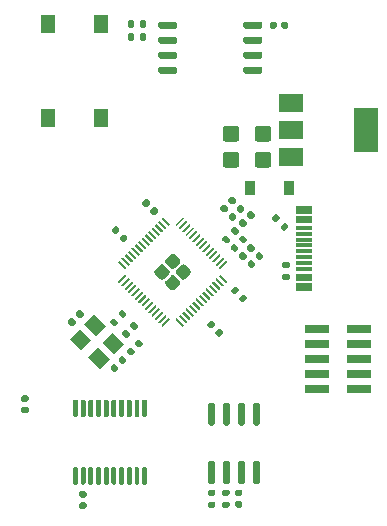
<source format=gtp>
G04 #@! TF.GenerationSoftware,KiCad,Pcbnew,(5.1.10)-1*
G04 #@! TF.CreationDate,2021-06-26T18:25:47-06:00*
G04 #@! TF.ProjectId,cable-link,6361626c-652d-46c6-996e-6b2e6b696361,rev?*
G04 #@! TF.SameCoordinates,Original*
G04 #@! TF.FileFunction,Paste,Top*
G04 #@! TF.FilePolarity,Positive*
%FSLAX46Y46*%
G04 Gerber Fmt 4.6, Leading zero omitted, Abs format (unit mm)*
G04 Created by KiCad (PCBNEW (5.1.10)-1) date 2021-06-26 18:25:47*
%MOMM*%
%LPD*%
G01*
G04 APERTURE LIST*
%ADD10R,2.050000X0.760000*%
%ADD11R,0.900000X1.200000*%
%ADD12R,1.450000X0.300000*%
%ADD13R,1.300000X1.550000*%
%ADD14R,2.000000X3.800000*%
%ADD15R,2.000000X1.500000*%
%ADD16C,0.100000*%
G04 APERTURE END LIST*
D10*
X45520000Y-45360000D03*
X49080000Y-45360000D03*
X45520000Y-46630000D03*
X49080000Y-46630000D03*
X45520000Y-47900000D03*
X49080000Y-47900000D03*
X45520000Y-49170000D03*
X49080000Y-49170000D03*
X45520000Y-50440000D03*
X49080000Y-50440000D03*
G36*
G01*
X42500000Y-19770000D02*
X42500000Y-19430000D01*
G75*
G02*
X42640000Y-19290000I140000J0D01*
G01*
X42920000Y-19290000D01*
G75*
G02*
X43060000Y-19430000I0J-140000D01*
G01*
X43060000Y-19770000D01*
G75*
G02*
X42920000Y-19910000I-140000J0D01*
G01*
X42640000Y-19910000D01*
G75*
G02*
X42500000Y-19770000I0J140000D01*
G01*
G37*
G36*
G01*
X41540000Y-19770000D02*
X41540000Y-19430000D01*
G75*
G02*
X41680000Y-19290000I140000J0D01*
G01*
X41960000Y-19290000D01*
G75*
G02*
X42100000Y-19430000I0J-140000D01*
G01*
X42100000Y-19770000D01*
G75*
G02*
X41960000Y-19910000I-140000J0D01*
G01*
X41680000Y-19910000D01*
G75*
G02*
X41540000Y-19770000I0J140000D01*
G01*
G37*
G36*
G01*
X24682807Y-45057609D02*
X24442391Y-44817193D01*
G75*
G02*
X24442391Y-44619203I98995J98995D01*
G01*
X24640381Y-44421213D01*
G75*
G02*
X24838371Y-44421213I98995J-98995D01*
G01*
X25078787Y-44661629D01*
G75*
G02*
X25078787Y-44859619I-98995J-98995D01*
G01*
X24880797Y-45057609D01*
G75*
G02*
X24682807Y-45057609I-98995J98995D01*
G01*
G37*
G36*
G01*
X25361629Y-44378787D02*
X25121213Y-44138371D01*
G75*
G02*
X25121213Y-43940381I98995J98995D01*
G01*
X25319203Y-43742391D01*
G75*
G02*
X25517193Y-43742391I98995J-98995D01*
G01*
X25757609Y-43982807D01*
G75*
G02*
X25757609Y-44180797I-98995J-98995D01*
G01*
X25559619Y-44378787D01*
G75*
G02*
X25361629Y-44378787I-98995J98995D01*
G01*
G37*
G36*
G01*
X29117193Y-47642391D02*
X29357609Y-47882807D01*
G75*
G02*
X29357609Y-48080797I-98995J-98995D01*
G01*
X29159619Y-48278787D01*
G75*
G02*
X28961629Y-48278787I-98995J98995D01*
G01*
X28721213Y-48038371D01*
G75*
G02*
X28721213Y-47840381I98995J98995D01*
G01*
X28919203Y-47642391D01*
G75*
G02*
X29117193Y-47642391I98995J-98995D01*
G01*
G37*
G36*
G01*
X28438371Y-48321213D02*
X28678787Y-48561629D01*
G75*
G02*
X28678787Y-48759619I-98995J-98995D01*
G01*
X28480797Y-48957609D01*
G75*
G02*
X28282807Y-48957609I-98995J98995D01*
G01*
X28042391Y-48717193D01*
G75*
G02*
X28042391Y-48519203I98995J98995D01*
G01*
X28240381Y-48321213D01*
G75*
G02*
X28438371Y-48321213I98995J-98995D01*
G01*
G37*
G36*
G01*
X38730000Y-59880000D02*
X39070000Y-59880000D01*
G75*
G02*
X39210000Y-60020000I0J-140000D01*
G01*
X39210000Y-60300000D01*
G75*
G02*
X39070000Y-60440000I-140000J0D01*
G01*
X38730000Y-60440000D01*
G75*
G02*
X38590000Y-60300000I0J140000D01*
G01*
X38590000Y-60020000D01*
G75*
G02*
X38730000Y-59880000I140000J0D01*
G01*
G37*
G36*
G01*
X38730000Y-58920000D02*
X39070000Y-58920000D01*
G75*
G02*
X39210000Y-59060000I0J-140000D01*
G01*
X39210000Y-59340000D01*
G75*
G02*
X39070000Y-59480000I-140000J0D01*
G01*
X38730000Y-59480000D01*
G75*
G02*
X38590000Y-59340000I0J140000D01*
G01*
X38590000Y-59060000D01*
G75*
G02*
X38730000Y-58920000I140000J0D01*
G01*
G37*
G36*
G01*
X29838371Y-46921213D02*
X30078787Y-47161629D01*
G75*
G02*
X30078787Y-47359619I-98995J-98995D01*
G01*
X29880797Y-47557609D01*
G75*
G02*
X29682807Y-47557609I-98995J98995D01*
G01*
X29442391Y-47317193D01*
G75*
G02*
X29442391Y-47119203I98995J98995D01*
G01*
X29640381Y-46921213D01*
G75*
G02*
X29838371Y-46921213I98995J-98995D01*
G01*
G37*
G36*
G01*
X30517193Y-46242391D02*
X30757609Y-46482807D01*
G75*
G02*
X30757609Y-46680797I-98995J-98995D01*
G01*
X30559619Y-46878787D01*
G75*
G02*
X30361629Y-46878787I-98995J98995D01*
G01*
X30121213Y-46638371D01*
G75*
G02*
X30121213Y-46440381I98995J98995D01*
G01*
X30319203Y-46242391D01*
G75*
G02*
X30517193Y-46242391I98995J-98995D01*
G01*
G37*
G36*
G01*
X39861629Y-38778787D02*
X39621213Y-38538371D01*
G75*
G02*
X39621213Y-38340381I98995J98995D01*
G01*
X39819203Y-38142391D01*
G75*
G02*
X40017193Y-38142391I98995J-98995D01*
G01*
X40257609Y-38382807D01*
G75*
G02*
X40257609Y-38580797I-98995J-98995D01*
G01*
X40059619Y-38778787D01*
G75*
G02*
X39861629Y-38778787I-98995J98995D01*
G01*
G37*
G36*
G01*
X39182807Y-39457609D02*
X38942391Y-39217193D01*
G75*
G02*
X38942391Y-39019203I98995J98995D01*
G01*
X39140381Y-38821213D01*
G75*
G02*
X39338371Y-38821213I98995J-98995D01*
G01*
X39578787Y-39061629D01*
G75*
G02*
X39578787Y-39259619I-98995J-98995D01*
G01*
X39380797Y-39457609D01*
G75*
G02*
X39182807Y-39457609I-98995J98995D01*
G01*
G37*
G36*
G01*
X38261629Y-34778787D02*
X38021213Y-34538371D01*
G75*
G02*
X38021213Y-34340381I98995J98995D01*
G01*
X38219203Y-34142391D01*
G75*
G02*
X38417193Y-34142391I98995J-98995D01*
G01*
X38657609Y-34382807D01*
G75*
G02*
X38657609Y-34580797I-98995J-98995D01*
G01*
X38459619Y-34778787D01*
G75*
G02*
X38261629Y-34778787I-98995J98995D01*
G01*
G37*
G36*
G01*
X37582807Y-35457609D02*
X37342391Y-35217193D01*
G75*
G02*
X37342391Y-35019203I98995J98995D01*
G01*
X37540381Y-34821213D01*
G75*
G02*
X37738371Y-34821213I98995J-98995D01*
G01*
X37978787Y-35061629D01*
G75*
G02*
X37978787Y-35259619I-98995J-98995D01*
G01*
X37780797Y-35457609D01*
G75*
G02*
X37582807Y-35457609I-98995J98995D01*
G01*
G37*
G36*
G01*
X38282807Y-36157609D02*
X38042391Y-35917193D01*
G75*
G02*
X38042391Y-35719203I98995J98995D01*
G01*
X38240381Y-35521213D01*
G75*
G02*
X38438371Y-35521213I98995J-98995D01*
G01*
X38678787Y-35761629D01*
G75*
G02*
X38678787Y-35959619I-98995J-98995D01*
G01*
X38480797Y-36157609D01*
G75*
G02*
X38282807Y-36157609I-98995J98995D01*
G01*
G37*
G36*
G01*
X38961629Y-35478787D02*
X38721213Y-35238371D01*
G75*
G02*
X38721213Y-35040381I98995J98995D01*
G01*
X38919203Y-34842391D01*
G75*
G02*
X39117193Y-34842391I98995J-98995D01*
G01*
X39357609Y-35082807D01*
G75*
G02*
X39357609Y-35280797I-98995J-98995D01*
G01*
X39159619Y-35478787D01*
G75*
G02*
X38961629Y-35478787I-98995J98995D01*
G01*
G37*
G36*
G01*
X38921213Y-42661629D02*
X39161629Y-42421213D01*
G75*
G02*
X39359619Y-42421213I98995J-98995D01*
G01*
X39557609Y-42619203D01*
G75*
G02*
X39557609Y-42817193I-98995J-98995D01*
G01*
X39317193Y-43057609D01*
G75*
G02*
X39119203Y-43057609I-98995J98995D01*
G01*
X38921213Y-42859619D01*
G75*
G02*
X38921213Y-42661629I98995J98995D01*
G01*
G37*
G36*
G01*
X38242391Y-41982807D02*
X38482807Y-41742391D01*
G75*
G02*
X38680797Y-41742391I98995J-98995D01*
G01*
X38878787Y-41940381D01*
G75*
G02*
X38878787Y-42138371I-98995J-98995D01*
G01*
X38638371Y-42378787D01*
G75*
G02*
X38440381Y-42378787I-98995J98995D01*
G01*
X38242391Y-42180797D01*
G75*
G02*
X38242391Y-41982807I98995J98995D01*
G01*
G37*
G36*
G01*
X36242391Y-44882807D02*
X36482807Y-44642391D01*
G75*
G02*
X36680797Y-44642391I98995J-98995D01*
G01*
X36878787Y-44840381D01*
G75*
G02*
X36878787Y-45038371I-98995J-98995D01*
G01*
X36638371Y-45278787D01*
G75*
G02*
X36440381Y-45278787I-98995J98995D01*
G01*
X36242391Y-45080797D01*
G75*
G02*
X36242391Y-44882807I98995J98995D01*
G01*
G37*
G36*
G01*
X36921213Y-45561629D02*
X37161629Y-45321213D01*
G75*
G02*
X37359619Y-45321213I98995J-98995D01*
G01*
X37557609Y-45519203D01*
G75*
G02*
X37557609Y-45717193I-98995J-98995D01*
G01*
X37317193Y-45957609D01*
G75*
G02*
X37119203Y-45957609I-98995J98995D01*
G01*
X36921213Y-45759619D01*
G75*
G02*
X36921213Y-45561629I98995J98995D01*
G01*
G37*
G36*
G01*
X29438371Y-45421213D02*
X29678787Y-45661629D01*
G75*
G02*
X29678787Y-45859619I-98995J-98995D01*
G01*
X29480797Y-46057609D01*
G75*
G02*
X29282807Y-46057609I-98995J98995D01*
G01*
X29042391Y-45817193D01*
G75*
G02*
X29042391Y-45619203I98995J98995D01*
G01*
X29240381Y-45421213D01*
G75*
G02*
X29438371Y-45421213I98995J-98995D01*
G01*
G37*
G36*
G01*
X30117193Y-44742391D02*
X30357609Y-44982807D01*
G75*
G02*
X30357609Y-45180797I-98995J-98995D01*
G01*
X30159619Y-45378787D01*
G75*
G02*
X29961629Y-45378787I-98995J98995D01*
G01*
X29721213Y-45138371D01*
G75*
G02*
X29721213Y-44940381I98995J98995D01*
G01*
X29919203Y-44742391D01*
G75*
G02*
X30117193Y-44742391I98995J-98995D01*
G01*
G37*
G36*
G01*
X29457609Y-37717193D02*
X29217193Y-37957609D01*
G75*
G02*
X29019203Y-37957609I-98995J98995D01*
G01*
X28821213Y-37759619D01*
G75*
G02*
X28821213Y-37561629I98995J98995D01*
G01*
X29061629Y-37321213D01*
G75*
G02*
X29259619Y-37321213I98995J-98995D01*
G01*
X29457609Y-37519203D01*
G75*
G02*
X29457609Y-37717193I-98995J-98995D01*
G01*
G37*
G36*
G01*
X28778787Y-37038371D02*
X28538371Y-37278787D01*
G75*
G02*
X28340381Y-37278787I-98995J98995D01*
G01*
X28142391Y-37080797D01*
G75*
G02*
X28142391Y-36882807I98995J98995D01*
G01*
X28382807Y-36642391D01*
G75*
G02*
X28580797Y-36642391I98995J-98995D01*
G01*
X28778787Y-36840381D01*
G75*
G02*
X28778787Y-37038371I-98995J-98995D01*
G01*
G37*
G36*
G01*
X32057609Y-35417193D02*
X31817193Y-35657609D01*
G75*
G02*
X31619203Y-35657609I-98995J98995D01*
G01*
X31421213Y-35459619D01*
G75*
G02*
X31421213Y-35261629I98995J98995D01*
G01*
X31661629Y-35021213D01*
G75*
G02*
X31859619Y-35021213I98995J-98995D01*
G01*
X32057609Y-35219203D01*
G75*
G02*
X32057609Y-35417193I-98995J-98995D01*
G01*
G37*
G36*
G01*
X31378787Y-34738371D02*
X31138371Y-34978787D01*
G75*
G02*
X30940381Y-34978787I-98995J98995D01*
G01*
X30742391Y-34780797D01*
G75*
G02*
X30742391Y-34582807I98995J98995D01*
G01*
X30982807Y-34342391D01*
G75*
G02*
X31180797Y-34342391I98995J-98995D01*
G01*
X31378787Y-34540381D01*
G75*
G02*
X31378787Y-34738371I-98995J-98995D01*
G01*
G37*
G36*
G01*
X39182807Y-36657609D02*
X38942391Y-36417193D01*
G75*
G02*
X38942391Y-36219203I98995J98995D01*
G01*
X39140381Y-36021213D01*
G75*
G02*
X39338371Y-36021213I98995J-98995D01*
G01*
X39578787Y-36261629D01*
G75*
G02*
X39578787Y-36459619I-98995J-98995D01*
G01*
X39380797Y-36657609D01*
G75*
G02*
X39182807Y-36657609I-98995J98995D01*
G01*
G37*
G36*
G01*
X39861629Y-35978787D02*
X39621213Y-35738371D01*
G75*
G02*
X39621213Y-35540381I98995J98995D01*
G01*
X39819203Y-35342391D01*
G75*
G02*
X40017193Y-35342391I98995J-98995D01*
G01*
X40257609Y-35582807D01*
G75*
G02*
X40257609Y-35780797I-98995J-98995D01*
G01*
X40059619Y-35978787D01*
G75*
G02*
X39861629Y-35978787I-98995J98995D01*
G01*
G37*
G36*
G01*
X39882807Y-40157609D02*
X39642391Y-39917193D01*
G75*
G02*
X39642391Y-39719203I98995J98995D01*
G01*
X39840381Y-39521213D01*
G75*
G02*
X40038371Y-39521213I98995J-98995D01*
G01*
X40278787Y-39761629D01*
G75*
G02*
X40278787Y-39959619I-98995J-98995D01*
G01*
X40080797Y-40157609D01*
G75*
G02*
X39882807Y-40157609I-98995J98995D01*
G01*
G37*
G36*
G01*
X40561629Y-39478787D02*
X40321213Y-39238371D01*
G75*
G02*
X40321213Y-39040381I98995J98995D01*
G01*
X40519203Y-38842391D01*
G75*
G02*
X40717193Y-38842391I98995J-98995D01*
G01*
X40957609Y-39082807D01*
G75*
G02*
X40957609Y-39280797I-98995J-98995D01*
G01*
X40759619Y-39478787D01*
G75*
G02*
X40561629Y-39478787I-98995J98995D01*
G01*
G37*
G36*
G01*
X41650000Y-30574999D02*
X41650000Y-31425001D01*
G75*
G02*
X41400001Y-31675000I-249999J0D01*
G01*
X40499999Y-31675000D01*
G75*
G02*
X40250000Y-31425001I0J249999D01*
G01*
X40250000Y-30574999D01*
G75*
G02*
X40499999Y-30325000I249999J0D01*
G01*
X41400001Y-30325000D01*
G75*
G02*
X41650000Y-30574999I0J-249999D01*
G01*
G37*
G36*
G01*
X38950000Y-30574999D02*
X38950000Y-31425001D01*
G75*
G02*
X38700001Y-31675000I-249999J0D01*
G01*
X37799999Y-31675000D01*
G75*
G02*
X37550000Y-31425001I0J249999D01*
G01*
X37550000Y-30574999D01*
G75*
G02*
X37799999Y-30325000I249999J0D01*
G01*
X38700001Y-30325000D01*
G75*
G02*
X38950000Y-30574999I0J-249999D01*
G01*
G37*
G36*
G01*
X38950000Y-28374999D02*
X38950000Y-29225001D01*
G75*
G02*
X38700001Y-29475000I-249999J0D01*
G01*
X37799999Y-29475000D01*
G75*
G02*
X37550000Y-29225001I0J249999D01*
G01*
X37550000Y-28374999D01*
G75*
G02*
X37799999Y-28125000I249999J0D01*
G01*
X38700001Y-28125000D01*
G75*
G02*
X38950000Y-28374999I0J-249999D01*
G01*
G37*
G36*
G01*
X41650000Y-28374999D02*
X41650000Y-29225001D01*
G75*
G02*
X41400001Y-29475000I-249999J0D01*
G01*
X40499999Y-29475000D01*
G75*
G02*
X40250000Y-29225001I0J249999D01*
G01*
X40250000Y-28374999D01*
G75*
G02*
X40499999Y-28125000I249999J0D01*
G01*
X41400001Y-28125000D01*
G75*
G02*
X41650000Y-28374999I0J-249999D01*
G01*
G37*
G36*
G01*
X25530000Y-60000000D02*
X25870000Y-60000000D01*
G75*
G02*
X26010000Y-60140000I0J-140000D01*
G01*
X26010000Y-60420000D01*
G75*
G02*
X25870000Y-60560000I-140000J0D01*
G01*
X25530000Y-60560000D01*
G75*
G02*
X25390000Y-60420000I0J140000D01*
G01*
X25390000Y-60140000D01*
G75*
G02*
X25530000Y-60000000I140000J0D01*
G01*
G37*
G36*
G01*
X25530000Y-59040000D02*
X25870000Y-59040000D01*
G75*
G02*
X26010000Y-59180000I0J-140000D01*
G01*
X26010000Y-59460000D01*
G75*
G02*
X25870000Y-59600000I-140000J0D01*
G01*
X25530000Y-59600000D01*
G75*
G02*
X25390000Y-59460000I0J140000D01*
G01*
X25390000Y-59180000D01*
G75*
G02*
X25530000Y-59040000I140000J0D01*
G01*
G37*
G36*
G01*
X20970000Y-52460000D02*
X20630000Y-52460000D01*
G75*
G02*
X20490000Y-52320000I0J140000D01*
G01*
X20490000Y-52040000D01*
G75*
G02*
X20630000Y-51900000I140000J0D01*
G01*
X20970000Y-51900000D01*
G75*
G02*
X21110000Y-52040000I0J-140000D01*
G01*
X21110000Y-52320000D01*
G75*
G02*
X20970000Y-52460000I-140000J0D01*
G01*
G37*
G36*
G01*
X20970000Y-51500000D02*
X20630000Y-51500000D01*
G75*
G02*
X20490000Y-51360000I0J140000D01*
G01*
X20490000Y-51080000D01*
G75*
G02*
X20630000Y-50940000I140000J0D01*
G01*
X20970000Y-50940000D01*
G75*
G02*
X21110000Y-51080000I0J-140000D01*
G01*
X21110000Y-51360000D01*
G75*
G02*
X20970000Y-51500000I-140000J0D01*
G01*
G37*
D11*
X43150000Y-33400000D03*
X39850000Y-33400000D03*
D12*
X44400000Y-39250000D03*
X44400000Y-38750000D03*
X44400000Y-38250000D03*
X44400000Y-37750000D03*
X44400000Y-37250000D03*
X44400000Y-36200000D03*
X44400000Y-35400000D03*
X44400000Y-35100000D03*
X44400000Y-35900000D03*
X44400000Y-36750000D03*
X44400000Y-39750000D03*
X44400000Y-40800000D03*
X44400000Y-41600000D03*
X44400000Y-40250000D03*
X44400000Y-41100000D03*
X44400000Y-41900000D03*
G36*
G01*
X28399480Y-44438891D02*
X28661109Y-44700520D01*
G75*
G02*
X28661109Y-44891438I-95459J-95459D01*
G01*
X28470190Y-45082357D01*
G75*
G02*
X28279272Y-45082357I-95459J95459D01*
G01*
X28017643Y-44820728D01*
G75*
G02*
X28017643Y-44629810I95459J95459D01*
G01*
X28208562Y-44438891D01*
G75*
G02*
X28399480Y-44438891I95459J-95459D01*
G01*
G37*
G36*
G01*
X29120728Y-43717643D02*
X29382357Y-43979272D01*
G75*
G02*
X29382357Y-44170190I-95459J-95459D01*
G01*
X29191438Y-44361109D01*
G75*
G02*
X29000520Y-44361109I-95459J95459D01*
G01*
X28738891Y-44099480D01*
G75*
G02*
X28738891Y-43908562I95459J95459D01*
G01*
X28929810Y-43717643D01*
G75*
G02*
X29120728Y-43717643I95459J-95459D01*
G01*
G37*
G36*
G01*
X31080000Y-20415000D02*
X31080000Y-20785000D01*
G75*
G02*
X30945000Y-20920000I-135000J0D01*
G01*
X30675000Y-20920000D01*
G75*
G02*
X30540000Y-20785000I0J135000D01*
G01*
X30540000Y-20415000D01*
G75*
G02*
X30675000Y-20280000I135000J0D01*
G01*
X30945000Y-20280000D01*
G75*
G02*
X31080000Y-20415000I0J-135000D01*
G01*
G37*
G36*
G01*
X30060000Y-20415000D02*
X30060000Y-20785000D01*
G75*
G02*
X29925000Y-20920000I-135000J0D01*
G01*
X29655000Y-20920000D01*
G75*
G02*
X29520000Y-20785000I0J135000D01*
G01*
X29520000Y-20415000D01*
G75*
G02*
X29655000Y-20280000I135000J0D01*
G01*
X29925000Y-20280000D01*
G75*
G02*
X30060000Y-20415000I0J-135000D01*
G01*
G37*
G36*
G01*
X30540000Y-19685000D02*
X30540000Y-19315000D01*
G75*
G02*
X30675000Y-19180000I135000J0D01*
G01*
X30945000Y-19180000D01*
G75*
G02*
X31080000Y-19315000I0J-135000D01*
G01*
X31080000Y-19685000D01*
G75*
G02*
X30945000Y-19820000I-135000J0D01*
G01*
X30675000Y-19820000D01*
G75*
G02*
X30540000Y-19685000I0J135000D01*
G01*
G37*
G36*
G01*
X29520000Y-19685000D02*
X29520000Y-19315000D01*
G75*
G02*
X29655000Y-19180000I135000J0D01*
G01*
X29925000Y-19180000D01*
G75*
G02*
X30060000Y-19315000I0J-135000D01*
G01*
X30060000Y-19685000D01*
G75*
G02*
X29925000Y-19820000I-135000J0D01*
G01*
X29655000Y-19820000D01*
G75*
G02*
X29520000Y-19685000I0J135000D01*
G01*
G37*
G36*
G01*
X43085000Y-41180000D02*
X42715000Y-41180000D01*
G75*
G02*
X42580000Y-41045000I0J135000D01*
G01*
X42580000Y-40775000D01*
G75*
G02*
X42715000Y-40640000I135000J0D01*
G01*
X43085000Y-40640000D01*
G75*
G02*
X43220000Y-40775000I0J-135000D01*
G01*
X43220000Y-41045000D01*
G75*
G02*
X43085000Y-41180000I-135000J0D01*
G01*
G37*
G36*
G01*
X43085000Y-40160000D02*
X42715000Y-40160000D01*
G75*
G02*
X42580000Y-40025000I0J135000D01*
G01*
X42580000Y-39755000D01*
G75*
G02*
X42715000Y-39620000I135000J0D01*
G01*
X43085000Y-39620000D01*
G75*
G02*
X43220000Y-39755000I0J-135000D01*
G01*
X43220000Y-40025000D01*
G75*
G02*
X43085000Y-40160000I-135000J0D01*
G01*
G37*
G36*
G01*
X42438891Y-36600520D02*
X42700520Y-36338891D01*
G75*
G02*
X42891438Y-36338891I95459J-95459D01*
G01*
X43082357Y-36529810D01*
G75*
G02*
X43082357Y-36720728I-95459J-95459D01*
G01*
X42820728Y-36982357D01*
G75*
G02*
X42629810Y-36982357I-95459J95459D01*
G01*
X42438891Y-36791438D01*
G75*
G02*
X42438891Y-36600520I95459J95459D01*
G01*
G37*
G36*
G01*
X41717643Y-35879272D02*
X41979272Y-35617643D01*
G75*
G02*
X42170190Y-35617643I95459J-95459D01*
G01*
X42361109Y-35808562D01*
G75*
G02*
X42361109Y-35999480I-95459J-95459D01*
G01*
X42099480Y-36261109D01*
G75*
G02*
X41908562Y-36261109I-95459J95459D01*
G01*
X41717643Y-36070190D01*
G75*
G02*
X41717643Y-35879272I95459J95459D01*
G01*
G37*
G36*
G01*
X36785000Y-59460000D02*
X36415000Y-59460000D01*
G75*
G02*
X36280000Y-59325000I0J135000D01*
G01*
X36280000Y-59055000D01*
G75*
G02*
X36415000Y-58920000I135000J0D01*
G01*
X36785000Y-58920000D01*
G75*
G02*
X36920000Y-59055000I0J-135000D01*
G01*
X36920000Y-59325000D01*
G75*
G02*
X36785000Y-59460000I-135000J0D01*
G01*
G37*
G36*
G01*
X36785000Y-60480000D02*
X36415000Y-60480000D01*
G75*
G02*
X36280000Y-60345000I0J135000D01*
G01*
X36280000Y-60075000D01*
G75*
G02*
X36415000Y-59940000I135000J0D01*
G01*
X36785000Y-59940000D01*
G75*
G02*
X36920000Y-60075000I0J-135000D01*
G01*
X36920000Y-60345000D01*
G75*
G02*
X36785000Y-60480000I-135000J0D01*
G01*
G37*
G36*
G01*
X37985000Y-60480000D02*
X37615000Y-60480000D01*
G75*
G02*
X37480000Y-60345000I0J135000D01*
G01*
X37480000Y-60075000D01*
G75*
G02*
X37615000Y-59940000I135000J0D01*
G01*
X37985000Y-59940000D01*
G75*
G02*
X38120000Y-60075000I0J-135000D01*
G01*
X38120000Y-60345000D01*
G75*
G02*
X37985000Y-60480000I-135000J0D01*
G01*
G37*
G36*
G01*
X37985000Y-59460000D02*
X37615000Y-59460000D01*
G75*
G02*
X37480000Y-59325000I0J135000D01*
G01*
X37480000Y-59055000D01*
G75*
G02*
X37615000Y-58920000I135000J0D01*
G01*
X37985000Y-58920000D01*
G75*
G02*
X38120000Y-59055000I0J-135000D01*
G01*
X38120000Y-59325000D01*
G75*
G02*
X37985000Y-59460000I-135000J0D01*
G01*
G37*
G36*
G01*
X38620728Y-36717643D02*
X38882357Y-36979272D01*
G75*
G02*
X38882357Y-37170190I-95459J-95459D01*
G01*
X38691438Y-37361109D01*
G75*
G02*
X38500520Y-37361109I-95459J95459D01*
G01*
X38238891Y-37099480D01*
G75*
G02*
X38238891Y-36908562I95459J95459D01*
G01*
X38429810Y-36717643D01*
G75*
G02*
X38620728Y-36717643I95459J-95459D01*
G01*
G37*
G36*
G01*
X37899480Y-37438891D02*
X38161109Y-37700520D01*
G75*
G02*
X38161109Y-37891438I-95459J-95459D01*
G01*
X37970190Y-38082357D01*
G75*
G02*
X37779272Y-38082357I-95459J95459D01*
G01*
X37517643Y-37820728D01*
G75*
G02*
X37517643Y-37629810I95459J95459D01*
G01*
X37708562Y-37438891D01*
G75*
G02*
X37899480Y-37438891I95459J-95459D01*
G01*
G37*
G36*
G01*
X39320728Y-37417643D02*
X39582357Y-37679272D01*
G75*
G02*
X39582357Y-37870190I-95459J-95459D01*
G01*
X39391438Y-38061109D01*
G75*
G02*
X39200520Y-38061109I-95459J95459D01*
G01*
X38938891Y-37799480D01*
G75*
G02*
X38938891Y-37608562I95459J95459D01*
G01*
X39129810Y-37417643D01*
G75*
G02*
X39320728Y-37417643I95459J-95459D01*
G01*
G37*
G36*
G01*
X38599480Y-38138891D02*
X38861109Y-38400520D01*
G75*
G02*
X38861109Y-38591438I-95459J-95459D01*
G01*
X38670190Y-38782357D01*
G75*
G02*
X38479272Y-38782357I-95459J95459D01*
G01*
X38217643Y-38520728D01*
G75*
G02*
X38217643Y-38329810I95459J95459D01*
G01*
X38408562Y-38138891D01*
G75*
G02*
X38599480Y-38138891I95459J-95459D01*
G01*
G37*
D13*
X27250000Y-27475000D03*
X22750000Y-27475000D03*
X22750000Y-19525000D03*
X27250000Y-19525000D03*
G36*
G01*
X40255000Y-51550000D02*
X40555000Y-51550000D01*
G75*
G02*
X40705000Y-51700000I0J-150000D01*
G01*
X40705000Y-53350000D01*
G75*
G02*
X40555000Y-53500000I-150000J0D01*
G01*
X40255000Y-53500000D01*
G75*
G02*
X40105000Y-53350000I0J150000D01*
G01*
X40105000Y-51700000D01*
G75*
G02*
X40255000Y-51550000I150000J0D01*
G01*
G37*
G36*
G01*
X38985000Y-51550000D02*
X39285000Y-51550000D01*
G75*
G02*
X39435000Y-51700000I0J-150000D01*
G01*
X39435000Y-53350000D01*
G75*
G02*
X39285000Y-53500000I-150000J0D01*
G01*
X38985000Y-53500000D01*
G75*
G02*
X38835000Y-53350000I0J150000D01*
G01*
X38835000Y-51700000D01*
G75*
G02*
X38985000Y-51550000I150000J0D01*
G01*
G37*
G36*
G01*
X37715000Y-51550000D02*
X38015000Y-51550000D01*
G75*
G02*
X38165000Y-51700000I0J-150000D01*
G01*
X38165000Y-53350000D01*
G75*
G02*
X38015000Y-53500000I-150000J0D01*
G01*
X37715000Y-53500000D01*
G75*
G02*
X37565000Y-53350000I0J150000D01*
G01*
X37565000Y-51700000D01*
G75*
G02*
X37715000Y-51550000I150000J0D01*
G01*
G37*
G36*
G01*
X36445000Y-51550000D02*
X36745000Y-51550000D01*
G75*
G02*
X36895000Y-51700000I0J-150000D01*
G01*
X36895000Y-53350000D01*
G75*
G02*
X36745000Y-53500000I-150000J0D01*
G01*
X36445000Y-53500000D01*
G75*
G02*
X36295000Y-53350000I0J150000D01*
G01*
X36295000Y-51700000D01*
G75*
G02*
X36445000Y-51550000I150000J0D01*
G01*
G37*
G36*
G01*
X36445000Y-56500000D02*
X36745000Y-56500000D01*
G75*
G02*
X36895000Y-56650000I0J-150000D01*
G01*
X36895000Y-58300000D01*
G75*
G02*
X36745000Y-58450000I-150000J0D01*
G01*
X36445000Y-58450000D01*
G75*
G02*
X36295000Y-58300000I0J150000D01*
G01*
X36295000Y-56650000D01*
G75*
G02*
X36445000Y-56500000I150000J0D01*
G01*
G37*
G36*
G01*
X37715000Y-56500000D02*
X38015000Y-56500000D01*
G75*
G02*
X38165000Y-56650000I0J-150000D01*
G01*
X38165000Y-58300000D01*
G75*
G02*
X38015000Y-58450000I-150000J0D01*
G01*
X37715000Y-58450000D01*
G75*
G02*
X37565000Y-58300000I0J150000D01*
G01*
X37565000Y-56650000D01*
G75*
G02*
X37715000Y-56500000I150000J0D01*
G01*
G37*
G36*
G01*
X38985000Y-56500000D02*
X39285000Y-56500000D01*
G75*
G02*
X39435000Y-56650000I0J-150000D01*
G01*
X39435000Y-58300000D01*
G75*
G02*
X39285000Y-58450000I-150000J0D01*
G01*
X38985000Y-58450000D01*
G75*
G02*
X38835000Y-58300000I0J150000D01*
G01*
X38835000Y-56650000D01*
G75*
G02*
X38985000Y-56500000I150000J0D01*
G01*
G37*
G36*
G01*
X40255000Y-56500000D02*
X40555000Y-56500000D01*
G75*
G02*
X40705000Y-56650000I0J-150000D01*
G01*
X40705000Y-58300000D01*
G75*
G02*
X40555000Y-58450000I-150000J0D01*
G01*
X40255000Y-58450000D01*
G75*
G02*
X40105000Y-58300000I0J150000D01*
G01*
X40105000Y-56650000D01*
G75*
G02*
X40255000Y-56500000I150000J0D01*
G01*
G37*
G36*
G01*
X32100000Y-19745000D02*
X32100000Y-19445000D01*
G75*
G02*
X32250000Y-19295000I150000J0D01*
G01*
X33550000Y-19295000D01*
G75*
G02*
X33700000Y-19445000I0J-150000D01*
G01*
X33700000Y-19745000D01*
G75*
G02*
X33550000Y-19895000I-150000J0D01*
G01*
X32250000Y-19895000D01*
G75*
G02*
X32100000Y-19745000I0J150000D01*
G01*
G37*
G36*
G01*
X32100000Y-21015000D02*
X32100000Y-20715000D01*
G75*
G02*
X32250000Y-20565000I150000J0D01*
G01*
X33550000Y-20565000D01*
G75*
G02*
X33700000Y-20715000I0J-150000D01*
G01*
X33700000Y-21015000D01*
G75*
G02*
X33550000Y-21165000I-150000J0D01*
G01*
X32250000Y-21165000D01*
G75*
G02*
X32100000Y-21015000I0J150000D01*
G01*
G37*
G36*
G01*
X32100000Y-22285000D02*
X32100000Y-21985000D01*
G75*
G02*
X32250000Y-21835000I150000J0D01*
G01*
X33550000Y-21835000D01*
G75*
G02*
X33700000Y-21985000I0J-150000D01*
G01*
X33700000Y-22285000D01*
G75*
G02*
X33550000Y-22435000I-150000J0D01*
G01*
X32250000Y-22435000D01*
G75*
G02*
X32100000Y-22285000I0J150000D01*
G01*
G37*
G36*
G01*
X32100000Y-23555000D02*
X32100000Y-23255000D01*
G75*
G02*
X32250000Y-23105000I150000J0D01*
G01*
X33550000Y-23105000D01*
G75*
G02*
X33700000Y-23255000I0J-150000D01*
G01*
X33700000Y-23555000D01*
G75*
G02*
X33550000Y-23705000I-150000J0D01*
G01*
X32250000Y-23705000D01*
G75*
G02*
X32100000Y-23555000I0J150000D01*
G01*
G37*
G36*
G01*
X39300000Y-23555000D02*
X39300000Y-23255000D01*
G75*
G02*
X39450000Y-23105000I150000J0D01*
G01*
X40750000Y-23105000D01*
G75*
G02*
X40900000Y-23255000I0J-150000D01*
G01*
X40900000Y-23555000D01*
G75*
G02*
X40750000Y-23705000I-150000J0D01*
G01*
X39450000Y-23705000D01*
G75*
G02*
X39300000Y-23555000I0J150000D01*
G01*
G37*
G36*
G01*
X39300000Y-22285000D02*
X39300000Y-21985000D01*
G75*
G02*
X39450000Y-21835000I150000J0D01*
G01*
X40750000Y-21835000D01*
G75*
G02*
X40900000Y-21985000I0J-150000D01*
G01*
X40900000Y-22285000D01*
G75*
G02*
X40750000Y-22435000I-150000J0D01*
G01*
X39450000Y-22435000D01*
G75*
G02*
X39300000Y-22285000I0J150000D01*
G01*
G37*
G36*
G01*
X39300000Y-21015000D02*
X39300000Y-20715000D01*
G75*
G02*
X39450000Y-20565000I150000J0D01*
G01*
X40750000Y-20565000D01*
G75*
G02*
X40900000Y-20715000I0J-150000D01*
G01*
X40900000Y-21015000D01*
G75*
G02*
X40750000Y-21165000I-150000J0D01*
G01*
X39450000Y-21165000D01*
G75*
G02*
X39300000Y-21015000I0J150000D01*
G01*
G37*
G36*
G01*
X39300000Y-19745000D02*
X39300000Y-19445000D01*
G75*
G02*
X39450000Y-19295000I150000J0D01*
G01*
X40750000Y-19295000D01*
G75*
G02*
X40900000Y-19445000I0J-150000D01*
G01*
X40900000Y-19745000D01*
G75*
G02*
X40750000Y-19895000I-150000J0D01*
G01*
X39450000Y-19895000D01*
G75*
G02*
X39300000Y-19745000I0J150000D01*
G01*
G37*
G36*
G01*
X32709966Y-39421662D02*
X33123223Y-39008405D01*
G75*
G02*
X33476777Y-39008405I176777J-176777D01*
G01*
X33890034Y-39421662D01*
G75*
G02*
X33890034Y-39775216I-176777J-176777D01*
G01*
X33476777Y-40188473D01*
G75*
G02*
X33123223Y-40188473I-176777J176777D01*
G01*
X32709966Y-39775216D01*
G75*
G02*
X32709966Y-39421662I176777J176777D01*
G01*
G37*
G36*
G01*
X31808405Y-40323223D02*
X32221662Y-39909966D01*
G75*
G02*
X32575216Y-39909966I176777J-176777D01*
G01*
X32988473Y-40323223D01*
G75*
G02*
X32988473Y-40676777I-176777J-176777D01*
G01*
X32575216Y-41090034D01*
G75*
G02*
X32221662Y-41090034I-176777J176777D01*
G01*
X31808405Y-40676777D01*
G75*
G02*
X31808405Y-40323223I176777J176777D01*
G01*
G37*
G36*
G01*
X33611527Y-40323223D02*
X34024784Y-39909966D01*
G75*
G02*
X34378338Y-39909966I176777J-176777D01*
G01*
X34791595Y-40323223D01*
G75*
G02*
X34791595Y-40676777I-176777J-176777D01*
G01*
X34378338Y-41090034D01*
G75*
G02*
X34024784Y-41090034I-176777J176777D01*
G01*
X33611527Y-40676777D01*
G75*
G02*
X33611527Y-40323223I176777J176777D01*
G01*
G37*
G36*
G01*
X32709966Y-41224784D02*
X33123223Y-40811527D01*
G75*
G02*
X33476777Y-40811527I176777J-176777D01*
G01*
X33890034Y-41224784D01*
G75*
G02*
X33890034Y-41578338I-176777J-176777D01*
G01*
X33476777Y-41991595D01*
G75*
G02*
X33123223Y-41991595I-176777J176777D01*
G01*
X32709966Y-41578338D01*
G75*
G02*
X32709966Y-41224784I176777J176777D01*
G01*
G37*
G36*
G01*
X32363084Y-35956839D02*
X32433794Y-35886129D01*
G75*
G02*
X32504504Y-35886129I35355J-35355D01*
G01*
X33052512Y-36434137D01*
G75*
G02*
X33052512Y-36504847I-35355J-35355D01*
G01*
X32981802Y-36575557D01*
G75*
G02*
X32911092Y-36575557I-35355J35355D01*
G01*
X32363084Y-36027549D01*
G75*
G02*
X32363084Y-35956839I35355J35355D01*
G01*
G37*
G36*
G01*
X32080241Y-36239682D02*
X32150951Y-36168972D01*
G75*
G02*
X32221661Y-36168972I35355J-35355D01*
G01*
X32769669Y-36716980D01*
G75*
G02*
X32769669Y-36787690I-35355J-35355D01*
G01*
X32698959Y-36858400D01*
G75*
G02*
X32628249Y-36858400I-35355J35355D01*
G01*
X32080241Y-36310392D01*
G75*
G02*
X32080241Y-36239682I35355J35355D01*
G01*
G37*
G36*
G01*
X31797399Y-36522524D02*
X31868109Y-36451814D01*
G75*
G02*
X31938819Y-36451814I35355J-35355D01*
G01*
X32486827Y-36999822D01*
G75*
G02*
X32486827Y-37070532I-35355J-35355D01*
G01*
X32416117Y-37141242D01*
G75*
G02*
X32345407Y-37141242I-35355J35355D01*
G01*
X31797399Y-36593234D01*
G75*
G02*
X31797399Y-36522524I35355J35355D01*
G01*
G37*
G36*
G01*
X31514556Y-36805367D02*
X31585266Y-36734657D01*
G75*
G02*
X31655976Y-36734657I35355J-35355D01*
G01*
X32203984Y-37282665D01*
G75*
G02*
X32203984Y-37353375I-35355J-35355D01*
G01*
X32133274Y-37424085D01*
G75*
G02*
X32062564Y-37424085I-35355J35355D01*
G01*
X31514556Y-36876077D01*
G75*
G02*
X31514556Y-36805367I35355J35355D01*
G01*
G37*
G36*
G01*
X31231713Y-37088210D02*
X31302423Y-37017500D01*
G75*
G02*
X31373133Y-37017500I35355J-35355D01*
G01*
X31921141Y-37565508D01*
G75*
G02*
X31921141Y-37636218I-35355J-35355D01*
G01*
X31850431Y-37706928D01*
G75*
G02*
X31779721Y-37706928I-35355J35355D01*
G01*
X31231713Y-37158920D01*
G75*
G02*
X31231713Y-37088210I35355J35355D01*
G01*
G37*
G36*
G01*
X30948871Y-37371052D02*
X31019581Y-37300342D01*
G75*
G02*
X31090291Y-37300342I35355J-35355D01*
G01*
X31638299Y-37848350D01*
G75*
G02*
X31638299Y-37919060I-35355J-35355D01*
G01*
X31567589Y-37989770D01*
G75*
G02*
X31496879Y-37989770I-35355J35355D01*
G01*
X30948871Y-37441762D01*
G75*
G02*
X30948871Y-37371052I35355J35355D01*
G01*
G37*
G36*
G01*
X30666028Y-37653895D02*
X30736738Y-37583185D01*
G75*
G02*
X30807448Y-37583185I35355J-35355D01*
G01*
X31355456Y-38131193D01*
G75*
G02*
X31355456Y-38201903I-35355J-35355D01*
G01*
X31284746Y-38272613D01*
G75*
G02*
X31214036Y-38272613I-35355J35355D01*
G01*
X30666028Y-37724605D01*
G75*
G02*
X30666028Y-37653895I35355J35355D01*
G01*
G37*
G36*
G01*
X30383185Y-37936738D02*
X30453895Y-37866028D01*
G75*
G02*
X30524605Y-37866028I35355J-35355D01*
G01*
X31072613Y-38414036D01*
G75*
G02*
X31072613Y-38484746I-35355J-35355D01*
G01*
X31001903Y-38555456D01*
G75*
G02*
X30931193Y-38555456I-35355J35355D01*
G01*
X30383185Y-38007448D01*
G75*
G02*
X30383185Y-37936738I35355J35355D01*
G01*
G37*
G36*
G01*
X30100342Y-38219581D02*
X30171052Y-38148871D01*
G75*
G02*
X30241762Y-38148871I35355J-35355D01*
G01*
X30789770Y-38696879D01*
G75*
G02*
X30789770Y-38767589I-35355J-35355D01*
G01*
X30719060Y-38838299D01*
G75*
G02*
X30648350Y-38838299I-35355J35355D01*
G01*
X30100342Y-38290291D01*
G75*
G02*
X30100342Y-38219581I35355J35355D01*
G01*
G37*
G36*
G01*
X29817500Y-38502423D02*
X29888210Y-38431713D01*
G75*
G02*
X29958920Y-38431713I35355J-35355D01*
G01*
X30506928Y-38979721D01*
G75*
G02*
X30506928Y-39050431I-35355J-35355D01*
G01*
X30436218Y-39121141D01*
G75*
G02*
X30365508Y-39121141I-35355J35355D01*
G01*
X29817500Y-38573133D01*
G75*
G02*
X29817500Y-38502423I35355J35355D01*
G01*
G37*
G36*
G01*
X29534657Y-38785266D02*
X29605367Y-38714556D01*
G75*
G02*
X29676077Y-38714556I35355J-35355D01*
G01*
X30224085Y-39262564D01*
G75*
G02*
X30224085Y-39333274I-35355J-35355D01*
G01*
X30153375Y-39403984D01*
G75*
G02*
X30082665Y-39403984I-35355J35355D01*
G01*
X29534657Y-38855976D01*
G75*
G02*
X29534657Y-38785266I35355J35355D01*
G01*
G37*
G36*
G01*
X29251814Y-39068109D02*
X29322524Y-38997399D01*
G75*
G02*
X29393234Y-38997399I35355J-35355D01*
G01*
X29941242Y-39545407D01*
G75*
G02*
X29941242Y-39616117I-35355J-35355D01*
G01*
X29870532Y-39686827D01*
G75*
G02*
X29799822Y-39686827I-35355J35355D01*
G01*
X29251814Y-39138819D01*
G75*
G02*
X29251814Y-39068109I35355J35355D01*
G01*
G37*
G36*
G01*
X28968972Y-39350951D02*
X29039682Y-39280241D01*
G75*
G02*
X29110392Y-39280241I35355J-35355D01*
G01*
X29658400Y-39828249D01*
G75*
G02*
X29658400Y-39898959I-35355J-35355D01*
G01*
X29587690Y-39969669D01*
G75*
G02*
X29516980Y-39969669I-35355J35355D01*
G01*
X28968972Y-39421661D01*
G75*
G02*
X28968972Y-39350951I35355J35355D01*
G01*
G37*
G36*
G01*
X28686129Y-39633794D02*
X28756839Y-39563084D01*
G75*
G02*
X28827549Y-39563084I35355J-35355D01*
G01*
X29375557Y-40111092D01*
G75*
G02*
X29375557Y-40181802I-35355J-35355D01*
G01*
X29304847Y-40252512D01*
G75*
G02*
X29234137Y-40252512I-35355J35355D01*
G01*
X28686129Y-39704504D01*
G75*
G02*
X28686129Y-39633794I35355J35355D01*
G01*
G37*
G36*
G01*
X28686129Y-41295496D02*
X29234137Y-40747488D01*
G75*
G02*
X29304847Y-40747488I35355J-35355D01*
G01*
X29375557Y-40818198D01*
G75*
G02*
X29375557Y-40888908I-35355J-35355D01*
G01*
X28827549Y-41436916D01*
G75*
G02*
X28756839Y-41436916I-35355J35355D01*
G01*
X28686129Y-41366206D01*
G75*
G02*
X28686129Y-41295496I35355J35355D01*
G01*
G37*
G36*
G01*
X28968972Y-41578339D02*
X29516980Y-41030331D01*
G75*
G02*
X29587690Y-41030331I35355J-35355D01*
G01*
X29658400Y-41101041D01*
G75*
G02*
X29658400Y-41171751I-35355J-35355D01*
G01*
X29110392Y-41719759D01*
G75*
G02*
X29039682Y-41719759I-35355J35355D01*
G01*
X28968972Y-41649049D01*
G75*
G02*
X28968972Y-41578339I35355J35355D01*
G01*
G37*
G36*
G01*
X29251814Y-41861181D02*
X29799822Y-41313173D01*
G75*
G02*
X29870532Y-41313173I35355J-35355D01*
G01*
X29941242Y-41383883D01*
G75*
G02*
X29941242Y-41454593I-35355J-35355D01*
G01*
X29393234Y-42002601D01*
G75*
G02*
X29322524Y-42002601I-35355J35355D01*
G01*
X29251814Y-41931891D01*
G75*
G02*
X29251814Y-41861181I35355J35355D01*
G01*
G37*
G36*
G01*
X29534657Y-42144024D02*
X30082665Y-41596016D01*
G75*
G02*
X30153375Y-41596016I35355J-35355D01*
G01*
X30224085Y-41666726D01*
G75*
G02*
X30224085Y-41737436I-35355J-35355D01*
G01*
X29676077Y-42285444D01*
G75*
G02*
X29605367Y-42285444I-35355J35355D01*
G01*
X29534657Y-42214734D01*
G75*
G02*
X29534657Y-42144024I35355J35355D01*
G01*
G37*
G36*
G01*
X29817500Y-42426867D02*
X30365508Y-41878859D01*
G75*
G02*
X30436218Y-41878859I35355J-35355D01*
G01*
X30506928Y-41949569D01*
G75*
G02*
X30506928Y-42020279I-35355J-35355D01*
G01*
X29958920Y-42568287D01*
G75*
G02*
X29888210Y-42568287I-35355J35355D01*
G01*
X29817500Y-42497577D01*
G75*
G02*
X29817500Y-42426867I35355J35355D01*
G01*
G37*
G36*
G01*
X30100342Y-42709709D02*
X30648350Y-42161701D01*
G75*
G02*
X30719060Y-42161701I35355J-35355D01*
G01*
X30789770Y-42232411D01*
G75*
G02*
X30789770Y-42303121I-35355J-35355D01*
G01*
X30241762Y-42851129D01*
G75*
G02*
X30171052Y-42851129I-35355J35355D01*
G01*
X30100342Y-42780419D01*
G75*
G02*
X30100342Y-42709709I35355J35355D01*
G01*
G37*
G36*
G01*
X30383185Y-42992552D02*
X30931193Y-42444544D01*
G75*
G02*
X31001903Y-42444544I35355J-35355D01*
G01*
X31072613Y-42515254D01*
G75*
G02*
X31072613Y-42585964I-35355J-35355D01*
G01*
X30524605Y-43133972D01*
G75*
G02*
X30453895Y-43133972I-35355J35355D01*
G01*
X30383185Y-43063262D01*
G75*
G02*
X30383185Y-42992552I35355J35355D01*
G01*
G37*
G36*
G01*
X30666028Y-43275395D02*
X31214036Y-42727387D01*
G75*
G02*
X31284746Y-42727387I35355J-35355D01*
G01*
X31355456Y-42798097D01*
G75*
G02*
X31355456Y-42868807I-35355J-35355D01*
G01*
X30807448Y-43416815D01*
G75*
G02*
X30736738Y-43416815I-35355J35355D01*
G01*
X30666028Y-43346105D01*
G75*
G02*
X30666028Y-43275395I35355J35355D01*
G01*
G37*
G36*
G01*
X30948871Y-43558238D02*
X31496879Y-43010230D01*
G75*
G02*
X31567589Y-43010230I35355J-35355D01*
G01*
X31638299Y-43080940D01*
G75*
G02*
X31638299Y-43151650I-35355J-35355D01*
G01*
X31090291Y-43699658D01*
G75*
G02*
X31019581Y-43699658I-35355J35355D01*
G01*
X30948871Y-43628948D01*
G75*
G02*
X30948871Y-43558238I35355J35355D01*
G01*
G37*
G36*
G01*
X31231713Y-43841080D02*
X31779721Y-43293072D01*
G75*
G02*
X31850431Y-43293072I35355J-35355D01*
G01*
X31921141Y-43363782D01*
G75*
G02*
X31921141Y-43434492I-35355J-35355D01*
G01*
X31373133Y-43982500D01*
G75*
G02*
X31302423Y-43982500I-35355J35355D01*
G01*
X31231713Y-43911790D01*
G75*
G02*
X31231713Y-43841080I35355J35355D01*
G01*
G37*
G36*
G01*
X31514556Y-44123923D02*
X32062564Y-43575915D01*
G75*
G02*
X32133274Y-43575915I35355J-35355D01*
G01*
X32203984Y-43646625D01*
G75*
G02*
X32203984Y-43717335I-35355J-35355D01*
G01*
X31655976Y-44265343D01*
G75*
G02*
X31585266Y-44265343I-35355J35355D01*
G01*
X31514556Y-44194633D01*
G75*
G02*
X31514556Y-44123923I35355J35355D01*
G01*
G37*
G36*
G01*
X31797399Y-44406766D02*
X32345407Y-43858758D01*
G75*
G02*
X32416117Y-43858758I35355J-35355D01*
G01*
X32486827Y-43929468D01*
G75*
G02*
X32486827Y-44000178I-35355J-35355D01*
G01*
X31938819Y-44548186D01*
G75*
G02*
X31868109Y-44548186I-35355J35355D01*
G01*
X31797399Y-44477476D01*
G75*
G02*
X31797399Y-44406766I35355J35355D01*
G01*
G37*
G36*
G01*
X32080241Y-44689608D02*
X32628249Y-44141600D01*
G75*
G02*
X32698959Y-44141600I35355J-35355D01*
G01*
X32769669Y-44212310D01*
G75*
G02*
X32769669Y-44283020I-35355J-35355D01*
G01*
X32221661Y-44831028D01*
G75*
G02*
X32150951Y-44831028I-35355J35355D01*
G01*
X32080241Y-44760318D01*
G75*
G02*
X32080241Y-44689608I35355J35355D01*
G01*
G37*
G36*
G01*
X32363084Y-44972451D02*
X32911092Y-44424443D01*
G75*
G02*
X32981802Y-44424443I35355J-35355D01*
G01*
X33052512Y-44495153D01*
G75*
G02*
X33052512Y-44565863I-35355J-35355D01*
G01*
X32504504Y-45113871D01*
G75*
G02*
X32433794Y-45113871I-35355J35355D01*
G01*
X32363084Y-45043161D01*
G75*
G02*
X32363084Y-44972451I35355J35355D01*
G01*
G37*
G36*
G01*
X33547488Y-44495153D02*
X33618198Y-44424443D01*
G75*
G02*
X33688908Y-44424443I35355J-35355D01*
G01*
X34236916Y-44972451D01*
G75*
G02*
X34236916Y-45043161I-35355J-35355D01*
G01*
X34166206Y-45113871D01*
G75*
G02*
X34095496Y-45113871I-35355J35355D01*
G01*
X33547488Y-44565863D01*
G75*
G02*
X33547488Y-44495153I35355J35355D01*
G01*
G37*
G36*
G01*
X33830331Y-44212310D02*
X33901041Y-44141600D01*
G75*
G02*
X33971751Y-44141600I35355J-35355D01*
G01*
X34519759Y-44689608D01*
G75*
G02*
X34519759Y-44760318I-35355J-35355D01*
G01*
X34449049Y-44831028D01*
G75*
G02*
X34378339Y-44831028I-35355J35355D01*
G01*
X33830331Y-44283020D01*
G75*
G02*
X33830331Y-44212310I35355J35355D01*
G01*
G37*
G36*
G01*
X34113173Y-43929468D02*
X34183883Y-43858758D01*
G75*
G02*
X34254593Y-43858758I35355J-35355D01*
G01*
X34802601Y-44406766D01*
G75*
G02*
X34802601Y-44477476I-35355J-35355D01*
G01*
X34731891Y-44548186D01*
G75*
G02*
X34661181Y-44548186I-35355J35355D01*
G01*
X34113173Y-44000178D01*
G75*
G02*
X34113173Y-43929468I35355J35355D01*
G01*
G37*
G36*
G01*
X34396016Y-43646625D02*
X34466726Y-43575915D01*
G75*
G02*
X34537436Y-43575915I35355J-35355D01*
G01*
X35085444Y-44123923D01*
G75*
G02*
X35085444Y-44194633I-35355J-35355D01*
G01*
X35014734Y-44265343D01*
G75*
G02*
X34944024Y-44265343I-35355J35355D01*
G01*
X34396016Y-43717335D01*
G75*
G02*
X34396016Y-43646625I35355J35355D01*
G01*
G37*
G36*
G01*
X34678859Y-43363782D02*
X34749569Y-43293072D01*
G75*
G02*
X34820279Y-43293072I35355J-35355D01*
G01*
X35368287Y-43841080D01*
G75*
G02*
X35368287Y-43911790I-35355J-35355D01*
G01*
X35297577Y-43982500D01*
G75*
G02*
X35226867Y-43982500I-35355J35355D01*
G01*
X34678859Y-43434492D01*
G75*
G02*
X34678859Y-43363782I35355J35355D01*
G01*
G37*
G36*
G01*
X34961701Y-43080940D02*
X35032411Y-43010230D01*
G75*
G02*
X35103121Y-43010230I35355J-35355D01*
G01*
X35651129Y-43558238D01*
G75*
G02*
X35651129Y-43628948I-35355J-35355D01*
G01*
X35580419Y-43699658D01*
G75*
G02*
X35509709Y-43699658I-35355J35355D01*
G01*
X34961701Y-43151650D01*
G75*
G02*
X34961701Y-43080940I35355J35355D01*
G01*
G37*
G36*
G01*
X35244544Y-42798097D02*
X35315254Y-42727387D01*
G75*
G02*
X35385964Y-42727387I35355J-35355D01*
G01*
X35933972Y-43275395D01*
G75*
G02*
X35933972Y-43346105I-35355J-35355D01*
G01*
X35863262Y-43416815D01*
G75*
G02*
X35792552Y-43416815I-35355J35355D01*
G01*
X35244544Y-42868807D01*
G75*
G02*
X35244544Y-42798097I35355J35355D01*
G01*
G37*
G36*
G01*
X35527387Y-42515254D02*
X35598097Y-42444544D01*
G75*
G02*
X35668807Y-42444544I35355J-35355D01*
G01*
X36216815Y-42992552D01*
G75*
G02*
X36216815Y-43063262I-35355J-35355D01*
G01*
X36146105Y-43133972D01*
G75*
G02*
X36075395Y-43133972I-35355J35355D01*
G01*
X35527387Y-42585964D01*
G75*
G02*
X35527387Y-42515254I35355J35355D01*
G01*
G37*
G36*
G01*
X35810230Y-42232411D02*
X35880940Y-42161701D01*
G75*
G02*
X35951650Y-42161701I35355J-35355D01*
G01*
X36499658Y-42709709D01*
G75*
G02*
X36499658Y-42780419I-35355J-35355D01*
G01*
X36428948Y-42851129D01*
G75*
G02*
X36358238Y-42851129I-35355J35355D01*
G01*
X35810230Y-42303121D01*
G75*
G02*
X35810230Y-42232411I35355J35355D01*
G01*
G37*
G36*
G01*
X36093072Y-41949569D02*
X36163782Y-41878859D01*
G75*
G02*
X36234492Y-41878859I35355J-35355D01*
G01*
X36782500Y-42426867D01*
G75*
G02*
X36782500Y-42497577I-35355J-35355D01*
G01*
X36711790Y-42568287D01*
G75*
G02*
X36641080Y-42568287I-35355J35355D01*
G01*
X36093072Y-42020279D01*
G75*
G02*
X36093072Y-41949569I35355J35355D01*
G01*
G37*
G36*
G01*
X36375915Y-41666726D02*
X36446625Y-41596016D01*
G75*
G02*
X36517335Y-41596016I35355J-35355D01*
G01*
X37065343Y-42144024D01*
G75*
G02*
X37065343Y-42214734I-35355J-35355D01*
G01*
X36994633Y-42285444D01*
G75*
G02*
X36923923Y-42285444I-35355J35355D01*
G01*
X36375915Y-41737436D01*
G75*
G02*
X36375915Y-41666726I35355J35355D01*
G01*
G37*
G36*
G01*
X36658758Y-41383883D02*
X36729468Y-41313173D01*
G75*
G02*
X36800178Y-41313173I35355J-35355D01*
G01*
X37348186Y-41861181D01*
G75*
G02*
X37348186Y-41931891I-35355J-35355D01*
G01*
X37277476Y-42002601D01*
G75*
G02*
X37206766Y-42002601I-35355J35355D01*
G01*
X36658758Y-41454593D01*
G75*
G02*
X36658758Y-41383883I35355J35355D01*
G01*
G37*
G36*
G01*
X36941600Y-41101041D02*
X37012310Y-41030331D01*
G75*
G02*
X37083020Y-41030331I35355J-35355D01*
G01*
X37631028Y-41578339D01*
G75*
G02*
X37631028Y-41649049I-35355J-35355D01*
G01*
X37560318Y-41719759D01*
G75*
G02*
X37489608Y-41719759I-35355J35355D01*
G01*
X36941600Y-41171751D01*
G75*
G02*
X36941600Y-41101041I35355J35355D01*
G01*
G37*
G36*
G01*
X37224443Y-40818198D02*
X37295153Y-40747488D01*
G75*
G02*
X37365863Y-40747488I35355J-35355D01*
G01*
X37913871Y-41295496D01*
G75*
G02*
X37913871Y-41366206I-35355J-35355D01*
G01*
X37843161Y-41436916D01*
G75*
G02*
X37772451Y-41436916I-35355J35355D01*
G01*
X37224443Y-40888908D01*
G75*
G02*
X37224443Y-40818198I35355J35355D01*
G01*
G37*
G36*
G01*
X37224443Y-40111092D02*
X37772451Y-39563084D01*
G75*
G02*
X37843161Y-39563084I35355J-35355D01*
G01*
X37913871Y-39633794D01*
G75*
G02*
X37913871Y-39704504I-35355J-35355D01*
G01*
X37365863Y-40252512D01*
G75*
G02*
X37295153Y-40252512I-35355J35355D01*
G01*
X37224443Y-40181802D01*
G75*
G02*
X37224443Y-40111092I35355J35355D01*
G01*
G37*
G36*
G01*
X36941600Y-39828249D02*
X37489608Y-39280241D01*
G75*
G02*
X37560318Y-39280241I35355J-35355D01*
G01*
X37631028Y-39350951D01*
G75*
G02*
X37631028Y-39421661I-35355J-35355D01*
G01*
X37083020Y-39969669D01*
G75*
G02*
X37012310Y-39969669I-35355J35355D01*
G01*
X36941600Y-39898959D01*
G75*
G02*
X36941600Y-39828249I35355J35355D01*
G01*
G37*
G36*
G01*
X36658758Y-39545407D02*
X37206766Y-38997399D01*
G75*
G02*
X37277476Y-38997399I35355J-35355D01*
G01*
X37348186Y-39068109D01*
G75*
G02*
X37348186Y-39138819I-35355J-35355D01*
G01*
X36800178Y-39686827D01*
G75*
G02*
X36729468Y-39686827I-35355J35355D01*
G01*
X36658758Y-39616117D01*
G75*
G02*
X36658758Y-39545407I35355J35355D01*
G01*
G37*
G36*
G01*
X36375915Y-39262564D02*
X36923923Y-38714556D01*
G75*
G02*
X36994633Y-38714556I35355J-35355D01*
G01*
X37065343Y-38785266D01*
G75*
G02*
X37065343Y-38855976I-35355J-35355D01*
G01*
X36517335Y-39403984D01*
G75*
G02*
X36446625Y-39403984I-35355J35355D01*
G01*
X36375915Y-39333274D01*
G75*
G02*
X36375915Y-39262564I35355J35355D01*
G01*
G37*
G36*
G01*
X36093072Y-38979721D02*
X36641080Y-38431713D01*
G75*
G02*
X36711790Y-38431713I35355J-35355D01*
G01*
X36782500Y-38502423D01*
G75*
G02*
X36782500Y-38573133I-35355J-35355D01*
G01*
X36234492Y-39121141D01*
G75*
G02*
X36163782Y-39121141I-35355J35355D01*
G01*
X36093072Y-39050431D01*
G75*
G02*
X36093072Y-38979721I35355J35355D01*
G01*
G37*
G36*
G01*
X35810230Y-38696879D02*
X36358238Y-38148871D01*
G75*
G02*
X36428948Y-38148871I35355J-35355D01*
G01*
X36499658Y-38219581D01*
G75*
G02*
X36499658Y-38290291I-35355J-35355D01*
G01*
X35951650Y-38838299D01*
G75*
G02*
X35880940Y-38838299I-35355J35355D01*
G01*
X35810230Y-38767589D01*
G75*
G02*
X35810230Y-38696879I35355J35355D01*
G01*
G37*
G36*
G01*
X35527387Y-38414036D02*
X36075395Y-37866028D01*
G75*
G02*
X36146105Y-37866028I35355J-35355D01*
G01*
X36216815Y-37936738D01*
G75*
G02*
X36216815Y-38007448I-35355J-35355D01*
G01*
X35668807Y-38555456D01*
G75*
G02*
X35598097Y-38555456I-35355J35355D01*
G01*
X35527387Y-38484746D01*
G75*
G02*
X35527387Y-38414036I35355J35355D01*
G01*
G37*
G36*
G01*
X35244544Y-38131193D02*
X35792552Y-37583185D01*
G75*
G02*
X35863262Y-37583185I35355J-35355D01*
G01*
X35933972Y-37653895D01*
G75*
G02*
X35933972Y-37724605I-35355J-35355D01*
G01*
X35385964Y-38272613D01*
G75*
G02*
X35315254Y-38272613I-35355J35355D01*
G01*
X35244544Y-38201903D01*
G75*
G02*
X35244544Y-38131193I35355J35355D01*
G01*
G37*
G36*
G01*
X34961701Y-37848350D02*
X35509709Y-37300342D01*
G75*
G02*
X35580419Y-37300342I35355J-35355D01*
G01*
X35651129Y-37371052D01*
G75*
G02*
X35651129Y-37441762I-35355J-35355D01*
G01*
X35103121Y-37989770D01*
G75*
G02*
X35032411Y-37989770I-35355J35355D01*
G01*
X34961701Y-37919060D01*
G75*
G02*
X34961701Y-37848350I35355J35355D01*
G01*
G37*
G36*
G01*
X34678859Y-37565508D02*
X35226867Y-37017500D01*
G75*
G02*
X35297577Y-37017500I35355J-35355D01*
G01*
X35368287Y-37088210D01*
G75*
G02*
X35368287Y-37158920I-35355J-35355D01*
G01*
X34820279Y-37706928D01*
G75*
G02*
X34749569Y-37706928I-35355J35355D01*
G01*
X34678859Y-37636218D01*
G75*
G02*
X34678859Y-37565508I35355J35355D01*
G01*
G37*
G36*
G01*
X34396016Y-37282665D02*
X34944024Y-36734657D01*
G75*
G02*
X35014734Y-36734657I35355J-35355D01*
G01*
X35085444Y-36805367D01*
G75*
G02*
X35085444Y-36876077I-35355J-35355D01*
G01*
X34537436Y-37424085D01*
G75*
G02*
X34466726Y-37424085I-35355J35355D01*
G01*
X34396016Y-37353375D01*
G75*
G02*
X34396016Y-37282665I35355J35355D01*
G01*
G37*
G36*
G01*
X34113173Y-36999822D02*
X34661181Y-36451814D01*
G75*
G02*
X34731891Y-36451814I35355J-35355D01*
G01*
X34802601Y-36522524D01*
G75*
G02*
X34802601Y-36593234I-35355J-35355D01*
G01*
X34254593Y-37141242D01*
G75*
G02*
X34183883Y-37141242I-35355J35355D01*
G01*
X34113173Y-37070532D01*
G75*
G02*
X34113173Y-36999822I35355J35355D01*
G01*
G37*
G36*
G01*
X33830331Y-36716980D02*
X34378339Y-36168972D01*
G75*
G02*
X34449049Y-36168972I35355J-35355D01*
G01*
X34519759Y-36239682D01*
G75*
G02*
X34519759Y-36310392I-35355J-35355D01*
G01*
X33971751Y-36858400D01*
G75*
G02*
X33901041Y-36858400I-35355J35355D01*
G01*
X33830331Y-36787690D01*
G75*
G02*
X33830331Y-36716980I35355J35355D01*
G01*
G37*
G36*
G01*
X33547488Y-36434137D02*
X34095496Y-35886129D01*
G75*
G02*
X34166206Y-35886129I35355J-35355D01*
G01*
X34236916Y-35956839D01*
G75*
G02*
X34236916Y-36027549I-35355J-35355D01*
G01*
X33688908Y-36575557D01*
G75*
G02*
X33618198Y-36575557I-35355J35355D01*
G01*
X33547488Y-36504847D01*
G75*
G02*
X33547488Y-36434137I35355J35355D01*
G01*
G37*
D14*
X49650000Y-28500000D03*
D15*
X43350000Y-28500000D03*
X43350000Y-30800000D03*
X43350000Y-26200000D03*
G36*
G01*
X25175000Y-58500000D02*
X24975000Y-58500000D01*
G75*
G02*
X24875000Y-58400000I0J100000D01*
G01*
X24875000Y-57125000D01*
G75*
G02*
X24975000Y-57025000I100000J0D01*
G01*
X25175000Y-57025000D01*
G75*
G02*
X25275000Y-57125000I0J-100000D01*
G01*
X25275000Y-58400000D01*
G75*
G02*
X25175000Y-58500000I-100000J0D01*
G01*
G37*
G36*
G01*
X25825000Y-58500000D02*
X25625000Y-58500000D01*
G75*
G02*
X25525000Y-58400000I0J100000D01*
G01*
X25525000Y-57125000D01*
G75*
G02*
X25625000Y-57025000I100000J0D01*
G01*
X25825000Y-57025000D01*
G75*
G02*
X25925000Y-57125000I0J-100000D01*
G01*
X25925000Y-58400000D01*
G75*
G02*
X25825000Y-58500000I-100000J0D01*
G01*
G37*
G36*
G01*
X26475000Y-58500000D02*
X26275000Y-58500000D01*
G75*
G02*
X26175000Y-58400000I0J100000D01*
G01*
X26175000Y-57125000D01*
G75*
G02*
X26275000Y-57025000I100000J0D01*
G01*
X26475000Y-57025000D01*
G75*
G02*
X26575000Y-57125000I0J-100000D01*
G01*
X26575000Y-58400000D01*
G75*
G02*
X26475000Y-58500000I-100000J0D01*
G01*
G37*
G36*
G01*
X27125000Y-58500000D02*
X26925000Y-58500000D01*
G75*
G02*
X26825000Y-58400000I0J100000D01*
G01*
X26825000Y-57125000D01*
G75*
G02*
X26925000Y-57025000I100000J0D01*
G01*
X27125000Y-57025000D01*
G75*
G02*
X27225000Y-57125000I0J-100000D01*
G01*
X27225000Y-58400000D01*
G75*
G02*
X27125000Y-58500000I-100000J0D01*
G01*
G37*
G36*
G01*
X27775000Y-58500000D02*
X27575000Y-58500000D01*
G75*
G02*
X27475000Y-58400000I0J100000D01*
G01*
X27475000Y-57125000D01*
G75*
G02*
X27575000Y-57025000I100000J0D01*
G01*
X27775000Y-57025000D01*
G75*
G02*
X27875000Y-57125000I0J-100000D01*
G01*
X27875000Y-58400000D01*
G75*
G02*
X27775000Y-58500000I-100000J0D01*
G01*
G37*
G36*
G01*
X28425000Y-58500000D02*
X28225000Y-58500000D01*
G75*
G02*
X28125000Y-58400000I0J100000D01*
G01*
X28125000Y-57125000D01*
G75*
G02*
X28225000Y-57025000I100000J0D01*
G01*
X28425000Y-57025000D01*
G75*
G02*
X28525000Y-57125000I0J-100000D01*
G01*
X28525000Y-58400000D01*
G75*
G02*
X28425000Y-58500000I-100000J0D01*
G01*
G37*
G36*
G01*
X29075000Y-58500000D02*
X28875000Y-58500000D01*
G75*
G02*
X28775000Y-58400000I0J100000D01*
G01*
X28775000Y-57125000D01*
G75*
G02*
X28875000Y-57025000I100000J0D01*
G01*
X29075000Y-57025000D01*
G75*
G02*
X29175000Y-57125000I0J-100000D01*
G01*
X29175000Y-58400000D01*
G75*
G02*
X29075000Y-58500000I-100000J0D01*
G01*
G37*
G36*
G01*
X29725000Y-58500000D02*
X29525000Y-58500000D01*
G75*
G02*
X29425000Y-58400000I0J100000D01*
G01*
X29425000Y-57125000D01*
G75*
G02*
X29525000Y-57025000I100000J0D01*
G01*
X29725000Y-57025000D01*
G75*
G02*
X29825000Y-57125000I0J-100000D01*
G01*
X29825000Y-58400000D01*
G75*
G02*
X29725000Y-58500000I-100000J0D01*
G01*
G37*
G36*
G01*
X30375000Y-58500000D02*
X30175000Y-58500000D01*
G75*
G02*
X30075000Y-58400000I0J100000D01*
G01*
X30075000Y-57125000D01*
G75*
G02*
X30175000Y-57025000I100000J0D01*
G01*
X30375000Y-57025000D01*
G75*
G02*
X30475000Y-57125000I0J-100000D01*
G01*
X30475000Y-58400000D01*
G75*
G02*
X30375000Y-58500000I-100000J0D01*
G01*
G37*
G36*
G01*
X31025000Y-58500000D02*
X30825000Y-58500000D01*
G75*
G02*
X30725000Y-58400000I0J100000D01*
G01*
X30725000Y-57125000D01*
G75*
G02*
X30825000Y-57025000I100000J0D01*
G01*
X31025000Y-57025000D01*
G75*
G02*
X31125000Y-57125000I0J-100000D01*
G01*
X31125000Y-58400000D01*
G75*
G02*
X31025000Y-58500000I-100000J0D01*
G01*
G37*
G36*
G01*
X31025000Y-52775000D02*
X30825000Y-52775000D01*
G75*
G02*
X30725000Y-52675000I0J100000D01*
G01*
X30725000Y-51400000D01*
G75*
G02*
X30825000Y-51300000I100000J0D01*
G01*
X31025000Y-51300000D01*
G75*
G02*
X31125000Y-51400000I0J-100000D01*
G01*
X31125000Y-52675000D01*
G75*
G02*
X31025000Y-52775000I-100000J0D01*
G01*
G37*
G36*
G01*
X30375000Y-52775000D02*
X30175000Y-52775000D01*
G75*
G02*
X30075000Y-52675000I0J100000D01*
G01*
X30075000Y-51400000D01*
G75*
G02*
X30175000Y-51300000I100000J0D01*
G01*
X30375000Y-51300000D01*
G75*
G02*
X30475000Y-51400000I0J-100000D01*
G01*
X30475000Y-52675000D01*
G75*
G02*
X30375000Y-52775000I-100000J0D01*
G01*
G37*
G36*
G01*
X29725000Y-52775000D02*
X29525000Y-52775000D01*
G75*
G02*
X29425000Y-52675000I0J100000D01*
G01*
X29425000Y-51400000D01*
G75*
G02*
X29525000Y-51300000I100000J0D01*
G01*
X29725000Y-51300000D01*
G75*
G02*
X29825000Y-51400000I0J-100000D01*
G01*
X29825000Y-52675000D01*
G75*
G02*
X29725000Y-52775000I-100000J0D01*
G01*
G37*
G36*
G01*
X29075000Y-52775000D02*
X28875000Y-52775000D01*
G75*
G02*
X28775000Y-52675000I0J100000D01*
G01*
X28775000Y-51400000D01*
G75*
G02*
X28875000Y-51300000I100000J0D01*
G01*
X29075000Y-51300000D01*
G75*
G02*
X29175000Y-51400000I0J-100000D01*
G01*
X29175000Y-52675000D01*
G75*
G02*
X29075000Y-52775000I-100000J0D01*
G01*
G37*
G36*
G01*
X28425000Y-52775000D02*
X28225000Y-52775000D01*
G75*
G02*
X28125000Y-52675000I0J100000D01*
G01*
X28125000Y-51400000D01*
G75*
G02*
X28225000Y-51300000I100000J0D01*
G01*
X28425000Y-51300000D01*
G75*
G02*
X28525000Y-51400000I0J-100000D01*
G01*
X28525000Y-52675000D01*
G75*
G02*
X28425000Y-52775000I-100000J0D01*
G01*
G37*
G36*
G01*
X27775000Y-52775000D02*
X27575000Y-52775000D01*
G75*
G02*
X27475000Y-52675000I0J100000D01*
G01*
X27475000Y-51400000D01*
G75*
G02*
X27575000Y-51300000I100000J0D01*
G01*
X27775000Y-51300000D01*
G75*
G02*
X27875000Y-51400000I0J-100000D01*
G01*
X27875000Y-52675000D01*
G75*
G02*
X27775000Y-52775000I-100000J0D01*
G01*
G37*
G36*
G01*
X27125000Y-52775000D02*
X26925000Y-52775000D01*
G75*
G02*
X26825000Y-52675000I0J100000D01*
G01*
X26825000Y-51400000D01*
G75*
G02*
X26925000Y-51300000I100000J0D01*
G01*
X27125000Y-51300000D01*
G75*
G02*
X27225000Y-51400000I0J-100000D01*
G01*
X27225000Y-52675000D01*
G75*
G02*
X27125000Y-52775000I-100000J0D01*
G01*
G37*
G36*
G01*
X26475000Y-52775000D02*
X26275000Y-52775000D01*
G75*
G02*
X26175000Y-52675000I0J100000D01*
G01*
X26175000Y-51400000D01*
G75*
G02*
X26275000Y-51300000I100000J0D01*
G01*
X26475000Y-51300000D01*
G75*
G02*
X26575000Y-51400000I0J-100000D01*
G01*
X26575000Y-52675000D01*
G75*
G02*
X26475000Y-52775000I-100000J0D01*
G01*
G37*
G36*
G01*
X25825000Y-52775000D02*
X25625000Y-52775000D01*
G75*
G02*
X25525000Y-52675000I0J100000D01*
G01*
X25525000Y-51400000D01*
G75*
G02*
X25625000Y-51300000I100000J0D01*
G01*
X25825000Y-51300000D01*
G75*
G02*
X25925000Y-51400000I0J-100000D01*
G01*
X25925000Y-52675000D01*
G75*
G02*
X25825000Y-52775000I-100000J0D01*
G01*
G37*
G36*
G01*
X25175000Y-52775000D02*
X24975000Y-52775000D01*
G75*
G02*
X24875000Y-52675000I0J100000D01*
G01*
X24875000Y-51400000D01*
G75*
G02*
X24975000Y-51300000I100000J0D01*
G01*
X25175000Y-51300000D01*
G75*
G02*
X25275000Y-51400000I0J-100000D01*
G01*
X25275000Y-52675000D01*
G75*
G02*
X25175000Y-52775000I-100000J0D01*
G01*
G37*
D16*
G36*
X24578680Y-46131370D02*
G01*
X25427208Y-45282842D01*
X26417158Y-46272792D01*
X25568630Y-47121320D01*
X24578680Y-46131370D01*
G37*
G36*
X26134315Y-47687005D02*
G01*
X26982843Y-46838477D01*
X27972793Y-47828427D01*
X27124265Y-48676955D01*
X26134315Y-47687005D01*
G37*
G36*
X27336396Y-46484924D02*
G01*
X28184924Y-45636396D01*
X29174874Y-46626346D01*
X28326346Y-47474874D01*
X27336396Y-46484924D01*
G37*
G36*
X25780761Y-44929289D02*
G01*
X26629289Y-44080761D01*
X27619239Y-45070711D01*
X26770711Y-45919239D01*
X25780761Y-44929289D01*
G37*
M02*

</source>
